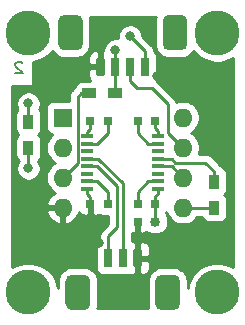
<source format=gbr>
G04 #@! TF.GenerationSoftware,KiCad,Pcbnew,(5.1.9)-1*
G04 #@! TF.CreationDate,2021-05-12T15:35:24+02:00*
G04 #@! TF.ProjectId,GPSMux,4750534d-7578-42e6-9b69-6361645f7063,01*
G04 #@! TF.SameCoordinates,Original*
G04 #@! TF.FileFunction,Copper,L2,Bot*
G04 #@! TF.FilePolarity,Positive*
%FSLAX46Y46*%
G04 Gerber Fmt 4.6, Leading zero omitted, Abs format (unit mm)*
G04 Created by KiCad (PCBNEW (5.1.9)-1) date 2021-05-12 15:35:24*
%MOMM*%
%LPD*%
G01*
G04 APERTURE LIST*
G04 #@! TA.AperFunction,NonConductor*
%ADD10C,0.150000*%
G04 #@! TD*
G04 #@! TA.AperFunction,SMDPad,CuDef*
%ADD11R,1.200000X0.900000*%
G04 #@! TD*
G04 #@! TA.AperFunction,SMDPad,CuDef*
%ADD12R,1.000000X0.400000*%
G04 #@! TD*
G04 #@! TA.AperFunction,ComponentPad*
%ADD13C,3.800000*%
G04 #@! TD*
G04 #@! TA.AperFunction,SMDPad,CuDef*
%ADD14R,0.800000X0.750000*%
G04 #@! TD*
G04 #@! TA.AperFunction,ComponentPad*
%ADD15O,1.600000X1.600000*%
G04 #@! TD*
G04 #@! TA.AperFunction,ComponentPad*
%ADD16R,1.600000X1.600000*%
G04 #@! TD*
G04 #@! TA.AperFunction,SMDPad,CuDef*
%ADD17R,0.900000X1.200000*%
G04 #@! TD*
G04 #@! TA.AperFunction,SMDPad,CuDef*
%ADD18R,0.800000X1.600000*%
G04 #@! TD*
G04 #@! TA.AperFunction,ConnectorPad*
%ADD19R,0.800000X1.600000*%
G04 #@! TD*
G04 #@! TA.AperFunction,ViaPad*
%ADD20C,0.800000*%
G04 #@! TD*
G04 #@! TA.AperFunction,Conductor*
%ADD21C,0.250000*%
G04 #@! TD*
G04 #@! TA.AperFunction,Conductor*
%ADD22C,0.254000*%
G04 #@! TD*
G04 #@! TA.AperFunction,Conductor*
%ADD23C,0.100000*%
G04 #@! TD*
G04 APERTURE END LIST*
D10*
X124485714Y-44547619D02*
X124438095Y-44500000D01*
X124342857Y-44452380D01*
X124104761Y-44452380D01*
X124009523Y-44500000D01*
X123961904Y-44547619D01*
X123914285Y-44642857D01*
X123914285Y-44738095D01*
X123961904Y-44880952D01*
X124533333Y-45452380D01*
X123914285Y-45452380D01*
D11*
X132375000Y-47150000D03*
X130175000Y-47150000D03*
D12*
X130000000Y-50760000D03*
X136000000Y-50760000D03*
X130000000Y-51400000D03*
X136000000Y-51400000D03*
X130000000Y-52040000D03*
X136000000Y-52040000D03*
X130000000Y-52680000D03*
X136000000Y-52680000D03*
X130000000Y-53320000D03*
X136000000Y-53320000D03*
X130000000Y-53960000D03*
X136000000Y-53960000D03*
X130000000Y-54600000D03*
X136000000Y-54600000D03*
X130000000Y-55240000D03*
X136000000Y-55240000D03*
D13*
X125000000Y-42000000D03*
X141000000Y-42000000D03*
X141000000Y-64000000D03*
X125000000Y-64000000D03*
D14*
X134250000Y-49500000D03*
X135750000Y-49500000D03*
X135750000Y-56500000D03*
X134250000Y-56500000D03*
X134250000Y-58000000D03*
X135750000Y-58000000D03*
X131750000Y-49500000D03*
X130250000Y-49500000D03*
X131750000Y-56500000D03*
X130250000Y-56500000D03*
D15*
X138080000Y-49190000D03*
X127920000Y-56810000D03*
X138080000Y-51730000D03*
X127920000Y-54270000D03*
X138080000Y-54270000D03*
X127920000Y-51730000D03*
X138080000Y-56810000D03*
D16*
X127920000Y-49190000D03*
D17*
X125000000Y-51730000D03*
X125000000Y-49530000D03*
G04 #@! TA.AperFunction,ConnectorPad*
G36*
G01*
X128150000Y-64975000D02*
X128150000Y-63025000D01*
G75*
G02*
X128675000Y-62500000I525000J0D01*
G01*
X129725000Y-62500000D01*
G75*
G02*
X130250000Y-63025000I0J-525000D01*
G01*
X130250000Y-64975000D01*
G75*
G02*
X129725000Y-65500000I-525000J0D01*
G01*
X128675000Y-65500000D01*
G75*
G02*
X128150000Y-64975000I0J525000D01*
G01*
G37*
G04 #@! TD.AperFunction*
G04 #@! TA.AperFunction,ConnectorPad*
G36*
G01*
X135750000Y-64975000D02*
X135750000Y-63025000D01*
G75*
G02*
X136275000Y-62500000I525000J0D01*
G01*
X137325000Y-62500000D01*
G75*
G02*
X137850000Y-63025000I0J-525000D01*
G01*
X137850000Y-64975000D01*
G75*
G02*
X137325000Y-65500000I-525000J0D01*
G01*
X136275000Y-65500000D01*
G75*
G02*
X135750000Y-64975000I0J525000D01*
G01*
G37*
G04 #@! TD.AperFunction*
D18*
X131750000Y-61100000D03*
X133000000Y-61100000D03*
G04 #@! TA.AperFunction,SMDPad,CuDef*
G36*
G01*
X133850000Y-61700000D02*
X133850000Y-60500000D01*
G75*
G02*
X134050000Y-60300000I200000J0D01*
G01*
X134450000Y-60300000D01*
G75*
G02*
X134650000Y-60500000I0J-200000D01*
G01*
X134650000Y-61700000D01*
G75*
G02*
X134450000Y-61900000I-200000J0D01*
G01*
X134050000Y-61900000D01*
G75*
G02*
X133850000Y-61700000I0J200000D01*
G01*
G37*
G04 #@! TD.AperFunction*
D17*
X140750000Y-54610000D03*
X140750000Y-56810000D03*
G04 #@! TA.AperFunction,ConnectorPad*
G36*
G01*
X138475000Y-41025000D02*
X138475000Y-42975000D01*
G75*
G02*
X137950000Y-43500000I-525000J0D01*
G01*
X136900000Y-43500000D01*
G75*
G02*
X136375000Y-42975000I0J525000D01*
G01*
X136375000Y-41025000D01*
G75*
G02*
X136900000Y-40500000I525000J0D01*
G01*
X137950000Y-40500000D01*
G75*
G02*
X138475000Y-41025000I0J-525000D01*
G01*
G37*
G04 #@! TD.AperFunction*
G04 #@! TA.AperFunction,ConnectorPad*
G36*
G01*
X129625000Y-41025000D02*
X129625000Y-42975000D01*
G75*
G02*
X129100000Y-43500000I-525000J0D01*
G01*
X128050000Y-43500000D01*
G75*
G02*
X127525000Y-42975000I0J525000D01*
G01*
X127525000Y-41025000D01*
G75*
G02*
X128050000Y-40500000I525000J0D01*
G01*
X129100000Y-40500000D01*
G75*
G02*
X129625000Y-41025000I0J-525000D01*
G01*
G37*
G04 #@! TD.AperFunction*
D19*
X133625000Y-44900000D03*
X134875000Y-44900000D03*
X132375000Y-44900000D03*
G04 #@! TA.AperFunction,ConnectorPad*
G36*
G01*
X131525000Y-44300000D02*
X131525000Y-45500000D01*
G75*
G02*
X131325000Y-45700000I-200000J0D01*
G01*
X130925000Y-45700000D01*
G75*
G02*
X130725000Y-45500000I0J200000D01*
G01*
X130725000Y-44300000D01*
G75*
G02*
X130925000Y-44100000I200000J0D01*
G01*
X131325000Y-44100000D01*
G75*
G02*
X131525000Y-44300000I0J-200000D01*
G01*
G37*
G04 #@! TD.AperFunction*
D20*
X140500000Y-46500000D03*
X130985516Y-59823381D03*
X135875002Y-45700000D03*
X135750000Y-58000000D03*
X125000000Y-53500000D03*
X133625000Y-42325000D03*
X125000000Y-48000056D03*
X132375000Y-43499998D03*
D21*
X130000000Y-55690000D02*
X130250000Y-55940000D01*
X130000000Y-55240000D02*
X130000000Y-55690000D01*
X130250000Y-55940000D02*
X130250000Y-56500000D01*
X135750000Y-58000000D02*
X135750000Y-58000000D01*
X135750000Y-58000000D02*
X135750000Y-56500000D01*
X135750000Y-55875000D02*
X136000000Y-55625000D01*
X135750000Y-56500000D02*
X135750000Y-55875000D01*
X136000000Y-55625000D02*
X136000000Y-55240000D01*
X134875000Y-43575000D02*
X133625000Y-42325000D01*
X134875000Y-44900000D02*
X134875000Y-43575000D01*
X125000000Y-53500000D02*
X125000000Y-51730000D01*
X134250000Y-50500000D02*
X134250000Y-49500000D01*
X135500000Y-51400000D02*
X135150000Y-51400000D01*
X135150000Y-51400000D02*
X134250000Y-50500000D01*
X136000000Y-50310000D02*
X135750000Y-50060000D01*
X136000000Y-50760000D02*
X136000000Y-50310000D01*
X135750000Y-50060000D02*
X135750000Y-49500000D01*
X135150000Y-54600000D02*
X136000000Y-54600000D01*
X134250000Y-56500000D02*
X134250000Y-55500000D01*
X134250000Y-55500000D02*
X135150000Y-54600000D01*
X130250000Y-50125000D02*
X130000000Y-50375000D01*
X130250000Y-49500000D02*
X130250000Y-50125000D01*
X130000000Y-50375000D02*
X130000000Y-50760000D01*
X130850000Y-51400000D02*
X130000000Y-51400000D01*
X131750000Y-49500000D02*
X131750000Y-50500000D01*
X131750000Y-50500000D02*
X130850000Y-51400000D01*
X130850000Y-54600000D02*
X130000000Y-54600000D01*
X131750000Y-56500000D02*
X131750000Y-55500000D01*
X131750000Y-55500000D02*
X130850000Y-54600000D01*
X125000000Y-48000056D02*
X125000000Y-49530000D01*
X129450000Y-47150000D02*
X130175000Y-47150000D01*
X129174999Y-47425001D02*
X129450000Y-47150000D01*
X127920000Y-54270000D02*
X129174999Y-53015001D01*
X129174999Y-53015001D02*
X129174999Y-47425001D01*
X140050000Y-56810000D02*
X138080000Y-56810000D01*
X140750000Y-56810000D02*
X140050000Y-56810000D01*
X134225000Y-46725000D02*
X133625000Y-46125000D01*
X136825001Y-50475001D02*
X136825001Y-50299999D01*
X136825001Y-50299999D02*
X136800000Y-50274998D01*
X138080000Y-51730000D02*
X136825001Y-50475001D01*
X136800000Y-50274998D02*
X136800000Y-48075000D01*
X133625000Y-46125000D02*
X133625000Y-44900000D01*
X135450000Y-46725000D02*
X134225000Y-46725000D01*
X136800000Y-48075000D02*
X135450000Y-46725000D01*
X137130000Y-53320000D02*
X138080000Y-54270000D01*
X136000000Y-53320000D02*
X137130000Y-53320000D01*
X131750000Y-61100000D02*
X131750000Y-59250000D01*
X131750000Y-59250000D02*
X132500000Y-58500000D01*
X132375000Y-58625000D02*
X132500000Y-58500000D01*
X130820000Y-53320000D02*
X130000000Y-53320000D01*
X132500000Y-58500000D02*
X132500000Y-55000000D01*
X132500000Y-55000000D02*
X130820000Y-53320000D01*
X130930000Y-52680000D02*
X130000000Y-52680000D01*
X133000000Y-61100000D02*
X133000000Y-54750000D01*
X133000000Y-54750000D02*
X130930000Y-52680000D01*
X140000000Y-53000000D02*
X140750000Y-53750000D01*
X140750000Y-53750000D02*
X140750000Y-54650000D01*
X137446411Y-53000000D02*
X140000000Y-53000000D01*
X137126411Y-52680000D02*
X137446411Y-53000000D01*
X136000000Y-52680000D02*
X137126411Y-52680000D01*
X132375000Y-44900000D02*
X132375000Y-43499998D01*
X132375000Y-47150000D02*
X132375000Y-44900000D01*
D22*
X135759276Y-40798096D02*
X135736928Y-41025000D01*
X135736928Y-42975000D01*
X135759276Y-43201904D01*
X135825462Y-43420088D01*
X135932941Y-43621168D01*
X136077584Y-43797416D01*
X136253832Y-43942059D01*
X136454912Y-44049538D01*
X136673096Y-44115724D01*
X136900000Y-44138072D01*
X137950000Y-44138072D01*
X138176904Y-44115724D01*
X138395088Y-44049538D01*
X138596168Y-43942059D01*
X138772416Y-43797416D01*
X138917059Y-43621168D01*
X138969214Y-43523593D01*
X139030937Y-43615968D01*
X139384032Y-43969063D01*
X139799227Y-44246488D01*
X140260568Y-44437582D01*
X140750324Y-44535000D01*
X141249676Y-44535000D01*
X141739432Y-44437582D01*
X142200773Y-44246488D01*
X142340000Y-44153459D01*
X142340001Y-61846541D01*
X142200773Y-61753512D01*
X141739432Y-61562418D01*
X141249676Y-61465000D01*
X140750324Y-61465000D01*
X140260568Y-61562418D01*
X139799227Y-61753512D01*
X139384032Y-62030937D01*
X139030937Y-62384032D01*
X138753512Y-62799227D01*
X138562418Y-63260568D01*
X138488072Y-63634333D01*
X138488072Y-63025000D01*
X138465724Y-62798096D01*
X138399538Y-62579912D01*
X138292059Y-62378832D01*
X138147416Y-62202584D01*
X137971168Y-62057941D01*
X137770088Y-61950462D01*
X137551904Y-61884276D01*
X137325000Y-61861928D01*
X136275000Y-61861928D01*
X136048096Y-61884276D01*
X135829912Y-61950462D01*
X135628832Y-62057941D01*
X135452584Y-62202584D01*
X135307941Y-62378832D01*
X135200462Y-62579912D01*
X135134276Y-62798096D01*
X135111928Y-63025000D01*
X135111928Y-64975000D01*
X135134276Y-65201904D01*
X135176167Y-65340000D01*
X130823833Y-65340000D01*
X130865724Y-65201904D01*
X130888072Y-64975000D01*
X130888072Y-63025000D01*
X130865724Y-62798096D01*
X130799538Y-62579912D01*
X130692059Y-62378832D01*
X130547416Y-62202584D01*
X130371168Y-62057941D01*
X130170088Y-61950462D01*
X129951904Y-61884276D01*
X129725000Y-61861928D01*
X128675000Y-61861928D01*
X128448096Y-61884276D01*
X128229912Y-61950462D01*
X128028832Y-62057941D01*
X127852584Y-62202584D01*
X127707941Y-62378832D01*
X127600462Y-62579912D01*
X127534276Y-62798096D01*
X127511928Y-63025000D01*
X127511928Y-63634333D01*
X127437582Y-63260568D01*
X127246488Y-62799227D01*
X126969063Y-62384032D01*
X126615968Y-62030937D01*
X126200773Y-61753512D01*
X125739432Y-61562418D01*
X125249676Y-61465000D01*
X124750324Y-61465000D01*
X124260568Y-61562418D01*
X123799227Y-61753512D01*
X123660000Y-61846541D01*
X123660000Y-57159039D01*
X126528096Y-57159039D01*
X126568754Y-57293087D01*
X126688963Y-57547420D01*
X126856481Y-57773414D01*
X127064869Y-57962385D01*
X127306119Y-58107070D01*
X127570960Y-58201909D01*
X127793000Y-58080624D01*
X127793000Y-56937000D01*
X126650085Y-56937000D01*
X126528096Y-57159039D01*
X123660000Y-57159039D01*
X123660000Y-48930000D01*
X123911928Y-48930000D01*
X123911928Y-50130000D01*
X123924188Y-50254482D01*
X123960498Y-50374180D01*
X124019463Y-50484494D01*
X124098815Y-50581185D01*
X124158296Y-50630000D01*
X124098815Y-50678815D01*
X124019463Y-50775506D01*
X123960498Y-50885820D01*
X123924188Y-51005518D01*
X123911928Y-51130000D01*
X123911928Y-52330000D01*
X123924188Y-52454482D01*
X123960498Y-52574180D01*
X124019463Y-52684494D01*
X124098815Y-52781185D01*
X124187101Y-52853639D01*
X124082795Y-53009744D01*
X124004774Y-53198102D01*
X123965000Y-53398061D01*
X123965000Y-53601939D01*
X124004774Y-53801898D01*
X124082795Y-53990256D01*
X124196063Y-54159774D01*
X124340226Y-54303937D01*
X124509744Y-54417205D01*
X124698102Y-54495226D01*
X124898061Y-54535000D01*
X125101939Y-54535000D01*
X125301898Y-54495226D01*
X125490256Y-54417205D01*
X125659774Y-54303937D01*
X125803937Y-54159774D01*
X125917205Y-53990256D01*
X125995226Y-53801898D01*
X126035000Y-53601939D01*
X126035000Y-53398061D01*
X125995226Y-53198102D01*
X125917205Y-53009744D01*
X125812899Y-52853639D01*
X125901185Y-52781185D01*
X125980537Y-52684494D01*
X126039502Y-52574180D01*
X126075812Y-52454482D01*
X126088072Y-52330000D01*
X126088072Y-51130000D01*
X126075812Y-51005518D01*
X126039502Y-50885820D01*
X125980537Y-50775506D01*
X125901185Y-50678815D01*
X125841704Y-50630000D01*
X125901185Y-50581185D01*
X125980537Y-50484494D01*
X126039502Y-50374180D01*
X126075812Y-50254482D01*
X126088072Y-50130000D01*
X126088072Y-48930000D01*
X126075812Y-48805518D01*
X126039502Y-48685820D01*
X125980537Y-48575506D01*
X125914250Y-48494735D01*
X125917205Y-48490312D01*
X125958755Y-48390000D01*
X126481928Y-48390000D01*
X126481928Y-49990000D01*
X126494188Y-50114482D01*
X126530498Y-50234180D01*
X126589463Y-50344494D01*
X126668815Y-50441185D01*
X126765506Y-50520537D01*
X126875820Y-50579502D01*
X126995518Y-50615812D01*
X127003961Y-50616643D01*
X126805363Y-50815241D01*
X126648320Y-51050273D01*
X126540147Y-51311426D01*
X126485000Y-51588665D01*
X126485000Y-51871335D01*
X126540147Y-52148574D01*
X126648320Y-52409727D01*
X126805363Y-52644759D01*
X127005241Y-52844637D01*
X127237759Y-53000000D01*
X127005241Y-53155363D01*
X126805363Y-53355241D01*
X126648320Y-53590273D01*
X126540147Y-53851426D01*
X126485000Y-54128665D01*
X126485000Y-54411335D01*
X126540147Y-54688574D01*
X126648320Y-54949727D01*
X126805363Y-55184759D01*
X127005241Y-55384637D01*
X127240273Y-55541680D01*
X127250865Y-55546067D01*
X127064869Y-55657615D01*
X126856481Y-55846586D01*
X126688963Y-56072580D01*
X126568754Y-56326913D01*
X126528096Y-56460961D01*
X126650085Y-56683000D01*
X127793000Y-56683000D01*
X127793000Y-56663000D01*
X128047000Y-56663000D01*
X128047000Y-56683000D01*
X128067000Y-56683000D01*
X128067000Y-56937000D01*
X128047000Y-56937000D01*
X128047000Y-58080624D01*
X128269040Y-58201909D01*
X128533881Y-58107070D01*
X128775131Y-57962385D01*
X128983519Y-57773414D01*
X129151037Y-57547420D01*
X129271246Y-57293087D01*
X129301007Y-57194966D01*
X129319463Y-57229494D01*
X129398815Y-57326185D01*
X129495506Y-57405537D01*
X129605820Y-57464502D01*
X129725518Y-57500812D01*
X129850000Y-57513072D01*
X129964250Y-57510000D01*
X130123000Y-57351250D01*
X130123000Y-56627000D01*
X130103000Y-56627000D01*
X130103000Y-56373000D01*
X130123000Y-56373000D01*
X130123000Y-56353000D01*
X130377000Y-56353000D01*
X130377000Y-56373000D01*
X130397000Y-56373000D01*
X130397000Y-56627000D01*
X130377000Y-56627000D01*
X130377000Y-57351250D01*
X130535750Y-57510000D01*
X130650000Y-57513072D01*
X130774482Y-57500812D01*
X130894180Y-57464502D01*
X131000000Y-57407939D01*
X131105820Y-57464502D01*
X131225518Y-57500812D01*
X131350000Y-57513072D01*
X131740000Y-57513072D01*
X131740000Y-58185198D01*
X131238998Y-58686201D01*
X131210000Y-58709999D01*
X131186202Y-58738997D01*
X131186201Y-58738998D01*
X131115026Y-58825724D01*
X131044454Y-58957754D01*
X131000998Y-59101015D01*
X130986324Y-59250000D01*
X130990001Y-59287332D01*
X130990001Y-59773981D01*
X130898815Y-59848815D01*
X130819463Y-59945506D01*
X130760498Y-60055820D01*
X130724188Y-60175518D01*
X130711928Y-60300000D01*
X130711928Y-61900000D01*
X130724188Y-62024482D01*
X130760498Y-62144180D01*
X130819463Y-62254494D01*
X130898815Y-62351185D01*
X130995506Y-62430537D01*
X131105820Y-62489502D01*
X131225518Y-62525812D01*
X131350000Y-62538072D01*
X132150000Y-62538072D01*
X132274482Y-62525812D01*
X132375000Y-62495320D01*
X132475518Y-62525812D01*
X132600000Y-62538072D01*
X133400000Y-62538072D01*
X133524482Y-62525812D01*
X133625000Y-62495320D01*
X133725518Y-62525812D01*
X133850000Y-62538072D01*
X133964250Y-62535000D01*
X134123000Y-62376250D01*
X134123000Y-61227000D01*
X134377000Y-61227000D01*
X134377000Y-62376250D01*
X134535750Y-62535000D01*
X134650000Y-62538072D01*
X134774482Y-62525812D01*
X134894180Y-62489502D01*
X135004494Y-62430537D01*
X135101185Y-62351185D01*
X135180537Y-62254494D01*
X135239502Y-62144180D01*
X135275812Y-62024482D01*
X135288072Y-61900000D01*
X135285000Y-61385750D01*
X135126250Y-61227000D01*
X134377000Y-61227000D01*
X134123000Y-61227000D01*
X134103000Y-61227000D01*
X134103000Y-60973000D01*
X134123000Y-60973000D01*
X134123000Y-59823750D01*
X134377000Y-59823750D01*
X134377000Y-60973000D01*
X135126250Y-60973000D01*
X135285000Y-60814250D01*
X135288072Y-60300000D01*
X135275812Y-60175518D01*
X135239502Y-60055820D01*
X135180537Y-59945506D01*
X135101185Y-59848815D01*
X135004494Y-59769463D01*
X134894180Y-59710498D01*
X134774482Y-59674188D01*
X134650000Y-59661928D01*
X134535750Y-59665000D01*
X134377000Y-59823750D01*
X134123000Y-59823750D01*
X133964250Y-59665000D01*
X133850000Y-59661928D01*
X133760000Y-59670792D01*
X133760000Y-59004208D01*
X133850000Y-59013072D01*
X133964250Y-59010000D01*
X134123000Y-58851250D01*
X134123000Y-58127000D01*
X134103000Y-58127000D01*
X134103000Y-57873000D01*
X134123000Y-57873000D01*
X134123000Y-57853000D01*
X134377000Y-57853000D01*
X134377000Y-57873000D01*
X134397000Y-57873000D01*
X134397000Y-58127000D01*
X134377000Y-58127000D01*
X134377000Y-58851250D01*
X134535750Y-59010000D01*
X134650000Y-59013072D01*
X134774482Y-59000812D01*
X134894180Y-58964502D01*
X135000000Y-58907939D01*
X135105820Y-58964502D01*
X135225518Y-59000812D01*
X135350000Y-59013072D01*
X135537821Y-59013072D01*
X135648061Y-59035000D01*
X135851939Y-59035000D01*
X135962179Y-59013072D01*
X136150000Y-59013072D01*
X136274482Y-59000812D01*
X136394180Y-58964502D01*
X136504494Y-58905537D01*
X136601185Y-58826185D01*
X136680537Y-58729494D01*
X136739502Y-58619180D01*
X136775812Y-58499482D01*
X136788072Y-58375000D01*
X136788072Y-57625000D01*
X136775812Y-57500518D01*
X136739502Y-57380820D01*
X136680537Y-57270506D01*
X136663708Y-57250000D01*
X136680537Y-57229494D01*
X136694962Y-57202507D01*
X136700147Y-57228574D01*
X136808320Y-57489727D01*
X136965363Y-57724759D01*
X137165241Y-57924637D01*
X137400273Y-58081680D01*
X137661426Y-58189853D01*
X137938665Y-58245000D01*
X138221335Y-58245000D01*
X138498574Y-58189853D01*
X138759727Y-58081680D01*
X138994759Y-57924637D01*
X139194637Y-57724759D01*
X139298043Y-57570000D01*
X139684962Y-57570000D01*
X139710498Y-57654180D01*
X139769463Y-57764494D01*
X139848815Y-57861185D01*
X139945506Y-57940537D01*
X140055820Y-57999502D01*
X140175518Y-58035812D01*
X140300000Y-58048072D01*
X141200000Y-58048072D01*
X141324482Y-58035812D01*
X141444180Y-57999502D01*
X141554494Y-57940537D01*
X141651185Y-57861185D01*
X141730537Y-57764494D01*
X141789502Y-57654180D01*
X141825812Y-57534482D01*
X141838072Y-57410000D01*
X141838072Y-56210000D01*
X141825812Y-56085518D01*
X141789502Y-55965820D01*
X141730537Y-55855506D01*
X141651185Y-55758815D01*
X141591704Y-55710000D01*
X141651185Y-55661185D01*
X141730537Y-55564494D01*
X141789502Y-55454180D01*
X141825812Y-55334482D01*
X141838072Y-55210000D01*
X141838072Y-54010000D01*
X141825812Y-53885518D01*
X141789502Y-53765820D01*
X141730537Y-53655506D01*
X141651185Y-53558815D01*
X141554494Y-53479463D01*
X141444180Y-53420498D01*
X141433978Y-53417403D01*
X141384974Y-53325724D01*
X141290001Y-53209999D01*
X141261004Y-53186202D01*
X140563803Y-52489002D01*
X140540001Y-52459999D01*
X140424276Y-52365026D01*
X140292247Y-52294454D01*
X140148986Y-52250997D01*
X140037333Y-52240000D01*
X140037322Y-52240000D01*
X140000000Y-52236324D01*
X139962678Y-52240000D01*
X139421983Y-52240000D01*
X139459853Y-52148574D01*
X139515000Y-51871335D01*
X139515000Y-51588665D01*
X139459853Y-51311426D01*
X139351680Y-51050273D01*
X139194637Y-50815241D01*
X138994759Y-50615363D01*
X138762241Y-50460000D01*
X138994759Y-50304637D01*
X139194637Y-50104759D01*
X139351680Y-49869727D01*
X139459853Y-49608574D01*
X139515000Y-49331335D01*
X139515000Y-49048665D01*
X139459853Y-48771426D01*
X139351680Y-48510273D01*
X139194637Y-48275241D01*
X138994759Y-48075363D01*
X138759727Y-47918320D01*
X138498574Y-47810147D01*
X138221335Y-47755000D01*
X137938665Y-47755000D01*
X137661426Y-47810147D01*
X137530328Y-47864450D01*
X137505546Y-47782753D01*
X137434974Y-47650724D01*
X137340001Y-47534999D01*
X137311003Y-47511201D01*
X136013804Y-46214003D01*
X135990001Y-46184999D01*
X135874276Y-46090026D01*
X135806040Y-46053553D01*
X135864502Y-45944180D01*
X135900812Y-45824482D01*
X135913072Y-45700000D01*
X135913072Y-44100000D01*
X135900812Y-43975518D01*
X135864502Y-43855820D01*
X135805537Y-43745506D01*
X135726185Y-43648815D01*
X135638494Y-43576849D01*
X135638676Y-43575000D01*
X135635000Y-43537677D01*
X135635000Y-43537667D01*
X135624003Y-43426014D01*
X135580546Y-43282753D01*
X135536726Y-43200773D01*
X135509974Y-43150723D01*
X135438799Y-43063997D01*
X135415001Y-43034999D01*
X135386003Y-43011201D01*
X134660000Y-42285199D01*
X134660000Y-42223061D01*
X134620226Y-42023102D01*
X134542205Y-41834744D01*
X134428937Y-41665226D01*
X134284774Y-41521063D01*
X134115256Y-41407795D01*
X133926898Y-41329774D01*
X133726939Y-41290000D01*
X133523061Y-41290000D01*
X133323102Y-41329774D01*
X133134744Y-41407795D01*
X132965226Y-41521063D01*
X132821063Y-41665226D01*
X132707795Y-41834744D01*
X132629774Y-42023102D01*
X132590000Y-42223061D01*
X132590000Y-42426939D01*
X132602540Y-42489981D01*
X132476939Y-42464998D01*
X132273061Y-42464998D01*
X132073102Y-42504772D01*
X131884744Y-42582793D01*
X131715226Y-42696061D01*
X131571063Y-42840224D01*
X131457795Y-43009742D01*
X131379774Y-43198100D01*
X131340000Y-43398059D01*
X131340000Y-43535750D01*
X131252000Y-43623750D01*
X131252000Y-44773000D01*
X131272000Y-44773000D01*
X131272000Y-45027000D01*
X131252000Y-45027000D01*
X131252000Y-45047000D01*
X130998000Y-45047000D01*
X130998000Y-45027000D01*
X130248750Y-45027000D01*
X130090000Y-45185750D01*
X130086928Y-45700000D01*
X130099188Y-45824482D01*
X130135498Y-45944180D01*
X130194463Y-46054494D01*
X130200564Y-46061928D01*
X129575000Y-46061928D01*
X129450518Y-46074188D01*
X129330820Y-46110498D01*
X129220506Y-46169463D01*
X129123815Y-46248815D01*
X129044463Y-46345506D01*
X128985498Y-46455820D01*
X128949188Y-46575518D01*
X128948939Y-46578041D01*
X128909999Y-46609999D01*
X128886196Y-46639003D01*
X128663997Y-46861202D01*
X128634999Y-46885000D01*
X128611201Y-46913998D01*
X128611200Y-46913999D01*
X128540025Y-47000725D01*
X128469453Y-47132755D01*
X128464222Y-47150001D01*
X128425997Y-47276015D01*
X128421074Y-47325997D01*
X128411323Y-47425001D01*
X128415000Y-47462333D01*
X128415000Y-47751928D01*
X127120000Y-47751928D01*
X126995518Y-47764188D01*
X126875820Y-47800498D01*
X126765506Y-47859463D01*
X126668815Y-47938815D01*
X126589463Y-48035506D01*
X126530498Y-48145820D01*
X126494188Y-48265518D01*
X126481928Y-48390000D01*
X125958755Y-48390000D01*
X125995226Y-48301954D01*
X126035000Y-48101995D01*
X126035000Y-47898117D01*
X125995226Y-47698158D01*
X125917205Y-47509800D01*
X125803937Y-47340282D01*
X125659774Y-47196119D01*
X125490256Y-47082851D01*
X125301898Y-47004830D01*
X125101939Y-46965056D01*
X124898061Y-46965056D01*
X124698102Y-47004830D01*
X124509744Y-47082851D01*
X124340226Y-47196119D01*
X124196063Y-47340282D01*
X124082795Y-47509800D01*
X124004774Y-47698158D01*
X123965000Y-47898117D01*
X123965000Y-48101995D01*
X124004774Y-48301954D01*
X124082795Y-48490312D01*
X124085750Y-48494735D01*
X124019463Y-48575506D01*
X123960498Y-48685820D01*
X123924188Y-48805518D01*
X123911928Y-48930000D01*
X123660000Y-48930000D01*
X123660000Y-46527500D01*
X125386191Y-46527500D01*
X125386191Y-44507846D01*
X125739432Y-44437582D01*
X126200773Y-44246488D01*
X126615968Y-43969063D01*
X126969063Y-43615968D01*
X127030786Y-43523593D01*
X127082941Y-43621168D01*
X127227584Y-43797416D01*
X127403832Y-43942059D01*
X127604912Y-44049538D01*
X127823096Y-44115724D01*
X128050000Y-44138072D01*
X129100000Y-44138072D01*
X129326904Y-44115724D01*
X129378738Y-44100000D01*
X130086928Y-44100000D01*
X130090000Y-44614250D01*
X130248750Y-44773000D01*
X130998000Y-44773000D01*
X130998000Y-43623750D01*
X130839250Y-43465000D01*
X130725000Y-43461928D01*
X130600518Y-43474188D01*
X130480820Y-43510498D01*
X130370506Y-43569463D01*
X130273815Y-43648815D01*
X130194463Y-43745506D01*
X130135498Y-43855820D01*
X130099188Y-43975518D01*
X130086928Y-44100000D01*
X129378738Y-44100000D01*
X129545088Y-44049538D01*
X129746168Y-43942059D01*
X129922416Y-43797416D01*
X130067059Y-43621168D01*
X130174538Y-43420088D01*
X130240724Y-43201904D01*
X130263072Y-42975000D01*
X130263072Y-41025000D01*
X130240724Y-40798096D01*
X130198833Y-40660000D01*
X135801167Y-40660000D01*
X135759276Y-40798096D01*
G04 #@! TA.AperFunction,Conductor*
D23*
G36*
X135759276Y-40798096D02*
G01*
X135736928Y-41025000D01*
X135736928Y-42975000D01*
X135759276Y-43201904D01*
X135825462Y-43420088D01*
X135932941Y-43621168D01*
X136077584Y-43797416D01*
X136253832Y-43942059D01*
X136454912Y-44049538D01*
X136673096Y-44115724D01*
X136900000Y-44138072D01*
X137950000Y-44138072D01*
X138176904Y-44115724D01*
X138395088Y-44049538D01*
X138596168Y-43942059D01*
X138772416Y-43797416D01*
X138917059Y-43621168D01*
X138969214Y-43523593D01*
X139030937Y-43615968D01*
X139384032Y-43969063D01*
X139799227Y-44246488D01*
X140260568Y-44437582D01*
X140750324Y-44535000D01*
X141249676Y-44535000D01*
X141739432Y-44437582D01*
X142200773Y-44246488D01*
X142340000Y-44153459D01*
X142340001Y-61846541D01*
X142200773Y-61753512D01*
X141739432Y-61562418D01*
X141249676Y-61465000D01*
X140750324Y-61465000D01*
X140260568Y-61562418D01*
X139799227Y-61753512D01*
X139384032Y-62030937D01*
X139030937Y-62384032D01*
X138753512Y-62799227D01*
X138562418Y-63260568D01*
X138488072Y-63634333D01*
X138488072Y-63025000D01*
X138465724Y-62798096D01*
X138399538Y-62579912D01*
X138292059Y-62378832D01*
X138147416Y-62202584D01*
X137971168Y-62057941D01*
X137770088Y-61950462D01*
X137551904Y-61884276D01*
X137325000Y-61861928D01*
X136275000Y-61861928D01*
X136048096Y-61884276D01*
X135829912Y-61950462D01*
X135628832Y-62057941D01*
X135452584Y-62202584D01*
X135307941Y-62378832D01*
X135200462Y-62579912D01*
X135134276Y-62798096D01*
X135111928Y-63025000D01*
X135111928Y-64975000D01*
X135134276Y-65201904D01*
X135176167Y-65340000D01*
X130823833Y-65340000D01*
X130865724Y-65201904D01*
X130888072Y-64975000D01*
X130888072Y-63025000D01*
X130865724Y-62798096D01*
X130799538Y-62579912D01*
X130692059Y-62378832D01*
X130547416Y-62202584D01*
X130371168Y-62057941D01*
X130170088Y-61950462D01*
X129951904Y-61884276D01*
X129725000Y-61861928D01*
X128675000Y-61861928D01*
X128448096Y-61884276D01*
X128229912Y-61950462D01*
X128028832Y-62057941D01*
X127852584Y-62202584D01*
X127707941Y-62378832D01*
X127600462Y-62579912D01*
X127534276Y-62798096D01*
X127511928Y-63025000D01*
X127511928Y-63634333D01*
X127437582Y-63260568D01*
X127246488Y-62799227D01*
X126969063Y-62384032D01*
X126615968Y-62030937D01*
X126200773Y-61753512D01*
X125739432Y-61562418D01*
X125249676Y-61465000D01*
X124750324Y-61465000D01*
X124260568Y-61562418D01*
X123799227Y-61753512D01*
X123660000Y-61846541D01*
X123660000Y-57159039D01*
X126528096Y-57159039D01*
X126568754Y-57293087D01*
X126688963Y-57547420D01*
X126856481Y-57773414D01*
X127064869Y-57962385D01*
X127306119Y-58107070D01*
X127570960Y-58201909D01*
X127793000Y-58080624D01*
X127793000Y-56937000D01*
X126650085Y-56937000D01*
X126528096Y-57159039D01*
X123660000Y-57159039D01*
X123660000Y-48930000D01*
X123911928Y-48930000D01*
X123911928Y-50130000D01*
X123924188Y-50254482D01*
X123960498Y-50374180D01*
X124019463Y-50484494D01*
X124098815Y-50581185D01*
X124158296Y-50630000D01*
X124098815Y-50678815D01*
X124019463Y-50775506D01*
X123960498Y-50885820D01*
X123924188Y-51005518D01*
X123911928Y-51130000D01*
X123911928Y-52330000D01*
X123924188Y-52454482D01*
X123960498Y-52574180D01*
X124019463Y-52684494D01*
X124098815Y-52781185D01*
X124187101Y-52853639D01*
X124082795Y-53009744D01*
X124004774Y-53198102D01*
X123965000Y-53398061D01*
X123965000Y-53601939D01*
X124004774Y-53801898D01*
X124082795Y-53990256D01*
X124196063Y-54159774D01*
X124340226Y-54303937D01*
X124509744Y-54417205D01*
X124698102Y-54495226D01*
X124898061Y-54535000D01*
X125101939Y-54535000D01*
X125301898Y-54495226D01*
X125490256Y-54417205D01*
X125659774Y-54303937D01*
X125803937Y-54159774D01*
X125917205Y-53990256D01*
X125995226Y-53801898D01*
X126035000Y-53601939D01*
X126035000Y-53398061D01*
X125995226Y-53198102D01*
X125917205Y-53009744D01*
X125812899Y-52853639D01*
X125901185Y-52781185D01*
X125980537Y-52684494D01*
X126039502Y-52574180D01*
X126075812Y-52454482D01*
X126088072Y-52330000D01*
X126088072Y-51130000D01*
X126075812Y-51005518D01*
X126039502Y-50885820D01*
X125980537Y-50775506D01*
X125901185Y-50678815D01*
X125841704Y-50630000D01*
X125901185Y-50581185D01*
X125980537Y-50484494D01*
X126039502Y-50374180D01*
X126075812Y-50254482D01*
X126088072Y-50130000D01*
X126088072Y-48930000D01*
X126075812Y-48805518D01*
X126039502Y-48685820D01*
X125980537Y-48575506D01*
X125914250Y-48494735D01*
X125917205Y-48490312D01*
X125958755Y-48390000D01*
X126481928Y-48390000D01*
X126481928Y-49990000D01*
X126494188Y-50114482D01*
X126530498Y-50234180D01*
X126589463Y-50344494D01*
X126668815Y-50441185D01*
X126765506Y-50520537D01*
X126875820Y-50579502D01*
X126995518Y-50615812D01*
X127003961Y-50616643D01*
X126805363Y-50815241D01*
X126648320Y-51050273D01*
X126540147Y-51311426D01*
X126485000Y-51588665D01*
X126485000Y-51871335D01*
X126540147Y-52148574D01*
X126648320Y-52409727D01*
X126805363Y-52644759D01*
X127005241Y-52844637D01*
X127237759Y-53000000D01*
X127005241Y-53155363D01*
X126805363Y-53355241D01*
X126648320Y-53590273D01*
X126540147Y-53851426D01*
X126485000Y-54128665D01*
X126485000Y-54411335D01*
X126540147Y-54688574D01*
X126648320Y-54949727D01*
X126805363Y-55184759D01*
X127005241Y-55384637D01*
X127240273Y-55541680D01*
X127250865Y-55546067D01*
X127064869Y-55657615D01*
X126856481Y-55846586D01*
X126688963Y-56072580D01*
X126568754Y-56326913D01*
X126528096Y-56460961D01*
X126650085Y-56683000D01*
X127793000Y-56683000D01*
X127793000Y-56663000D01*
X128047000Y-56663000D01*
X128047000Y-56683000D01*
X128067000Y-56683000D01*
X128067000Y-56937000D01*
X128047000Y-56937000D01*
X128047000Y-58080624D01*
X128269040Y-58201909D01*
X128533881Y-58107070D01*
X128775131Y-57962385D01*
X128983519Y-57773414D01*
X129151037Y-57547420D01*
X129271246Y-57293087D01*
X129301007Y-57194966D01*
X129319463Y-57229494D01*
X129398815Y-57326185D01*
X129495506Y-57405537D01*
X129605820Y-57464502D01*
X129725518Y-57500812D01*
X129850000Y-57513072D01*
X129964250Y-57510000D01*
X130123000Y-57351250D01*
X130123000Y-56627000D01*
X130103000Y-56627000D01*
X130103000Y-56373000D01*
X130123000Y-56373000D01*
X130123000Y-56353000D01*
X130377000Y-56353000D01*
X130377000Y-56373000D01*
X130397000Y-56373000D01*
X130397000Y-56627000D01*
X130377000Y-56627000D01*
X130377000Y-57351250D01*
X130535750Y-57510000D01*
X130650000Y-57513072D01*
X130774482Y-57500812D01*
X130894180Y-57464502D01*
X131000000Y-57407939D01*
X131105820Y-57464502D01*
X131225518Y-57500812D01*
X131350000Y-57513072D01*
X131740000Y-57513072D01*
X131740000Y-58185198D01*
X131238998Y-58686201D01*
X131210000Y-58709999D01*
X131186202Y-58738997D01*
X131186201Y-58738998D01*
X131115026Y-58825724D01*
X131044454Y-58957754D01*
X131000998Y-59101015D01*
X130986324Y-59250000D01*
X130990001Y-59287332D01*
X130990001Y-59773981D01*
X130898815Y-59848815D01*
X130819463Y-59945506D01*
X130760498Y-60055820D01*
X130724188Y-60175518D01*
X130711928Y-60300000D01*
X130711928Y-61900000D01*
X130724188Y-62024482D01*
X130760498Y-62144180D01*
X130819463Y-62254494D01*
X130898815Y-62351185D01*
X130995506Y-62430537D01*
X131105820Y-62489502D01*
X131225518Y-62525812D01*
X131350000Y-62538072D01*
X132150000Y-62538072D01*
X132274482Y-62525812D01*
X132375000Y-62495320D01*
X132475518Y-62525812D01*
X132600000Y-62538072D01*
X133400000Y-62538072D01*
X133524482Y-62525812D01*
X133625000Y-62495320D01*
X133725518Y-62525812D01*
X133850000Y-62538072D01*
X133964250Y-62535000D01*
X134123000Y-62376250D01*
X134123000Y-61227000D01*
X134377000Y-61227000D01*
X134377000Y-62376250D01*
X134535750Y-62535000D01*
X134650000Y-62538072D01*
X134774482Y-62525812D01*
X134894180Y-62489502D01*
X135004494Y-62430537D01*
X135101185Y-62351185D01*
X135180537Y-62254494D01*
X135239502Y-62144180D01*
X135275812Y-62024482D01*
X135288072Y-61900000D01*
X135285000Y-61385750D01*
X135126250Y-61227000D01*
X134377000Y-61227000D01*
X134123000Y-61227000D01*
X134103000Y-61227000D01*
X134103000Y-60973000D01*
X134123000Y-60973000D01*
X134123000Y-59823750D01*
X134377000Y-59823750D01*
X134377000Y-60973000D01*
X135126250Y-60973000D01*
X135285000Y-60814250D01*
X135288072Y-60300000D01*
X135275812Y-60175518D01*
X135239502Y-60055820D01*
X135180537Y-59945506D01*
X135101185Y-59848815D01*
X135004494Y-59769463D01*
X134894180Y-59710498D01*
X134774482Y-59674188D01*
X134650000Y-59661928D01*
X134535750Y-59665000D01*
X134377000Y-59823750D01*
X134123000Y-59823750D01*
X133964250Y-59665000D01*
X133850000Y-59661928D01*
X133760000Y-59670792D01*
X133760000Y-59004208D01*
X133850000Y-59013072D01*
X133964250Y-59010000D01*
X134123000Y-58851250D01*
X134123000Y-58127000D01*
X134103000Y-58127000D01*
X134103000Y-57873000D01*
X134123000Y-57873000D01*
X134123000Y-57853000D01*
X134377000Y-57853000D01*
X134377000Y-57873000D01*
X134397000Y-57873000D01*
X134397000Y-58127000D01*
X134377000Y-58127000D01*
X134377000Y-58851250D01*
X134535750Y-59010000D01*
X134650000Y-59013072D01*
X134774482Y-59000812D01*
X134894180Y-58964502D01*
X135000000Y-58907939D01*
X135105820Y-58964502D01*
X135225518Y-59000812D01*
X135350000Y-59013072D01*
X135537821Y-59013072D01*
X135648061Y-59035000D01*
X135851939Y-59035000D01*
X135962179Y-59013072D01*
X136150000Y-59013072D01*
X136274482Y-59000812D01*
X136394180Y-58964502D01*
X136504494Y-58905537D01*
X136601185Y-58826185D01*
X136680537Y-58729494D01*
X136739502Y-58619180D01*
X136775812Y-58499482D01*
X136788072Y-58375000D01*
X136788072Y-57625000D01*
X136775812Y-57500518D01*
X136739502Y-57380820D01*
X136680537Y-57270506D01*
X136663708Y-57250000D01*
X136680537Y-57229494D01*
X136694962Y-57202507D01*
X136700147Y-57228574D01*
X136808320Y-57489727D01*
X136965363Y-57724759D01*
X137165241Y-57924637D01*
X137400273Y-58081680D01*
X137661426Y-58189853D01*
X137938665Y-58245000D01*
X138221335Y-58245000D01*
X138498574Y-58189853D01*
X138759727Y-58081680D01*
X138994759Y-57924637D01*
X139194637Y-57724759D01*
X139298043Y-57570000D01*
X139684962Y-57570000D01*
X139710498Y-57654180D01*
X139769463Y-57764494D01*
X139848815Y-57861185D01*
X139945506Y-57940537D01*
X140055820Y-57999502D01*
X140175518Y-58035812D01*
X140300000Y-58048072D01*
X141200000Y-58048072D01*
X141324482Y-58035812D01*
X141444180Y-57999502D01*
X141554494Y-57940537D01*
X141651185Y-57861185D01*
X141730537Y-57764494D01*
X141789502Y-57654180D01*
X141825812Y-57534482D01*
X141838072Y-57410000D01*
X141838072Y-56210000D01*
X141825812Y-56085518D01*
X141789502Y-55965820D01*
X141730537Y-55855506D01*
X141651185Y-55758815D01*
X141591704Y-55710000D01*
X141651185Y-55661185D01*
X141730537Y-55564494D01*
X141789502Y-55454180D01*
X141825812Y-55334482D01*
X141838072Y-55210000D01*
X141838072Y-54010000D01*
X141825812Y-53885518D01*
X141789502Y-53765820D01*
X141730537Y-53655506D01*
X141651185Y-53558815D01*
X141554494Y-53479463D01*
X141444180Y-53420498D01*
X141433978Y-53417403D01*
X141384974Y-53325724D01*
X141290001Y-53209999D01*
X141261004Y-53186202D01*
X140563803Y-52489002D01*
X140540001Y-52459999D01*
X140424276Y-52365026D01*
X140292247Y-52294454D01*
X140148986Y-52250997D01*
X140037333Y-52240000D01*
X140037322Y-52240000D01*
X140000000Y-52236324D01*
X139962678Y-52240000D01*
X139421983Y-52240000D01*
X139459853Y-52148574D01*
X139515000Y-51871335D01*
X139515000Y-51588665D01*
X139459853Y-51311426D01*
X139351680Y-51050273D01*
X139194637Y-50815241D01*
X138994759Y-50615363D01*
X138762241Y-50460000D01*
X138994759Y-50304637D01*
X139194637Y-50104759D01*
X139351680Y-49869727D01*
X139459853Y-49608574D01*
X139515000Y-49331335D01*
X139515000Y-49048665D01*
X139459853Y-48771426D01*
X139351680Y-48510273D01*
X139194637Y-48275241D01*
X138994759Y-48075363D01*
X138759727Y-47918320D01*
X138498574Y-47810147D01*
X138221335Y-47755000D01*
X137938665Y-47755000D01*
X137661426Y-47810147D01*
X137530328Y-47864450D01*
X137505546Y-47782753D01*
X137434974Y-47650724D01*
X137340001Y-47534999D01*
X137311003Y-47511201D01*
X136013804Y-46214003D01*
X135990001Y-46184999D01*
X135874276Y-46090026D01*
X135806040Y-46053553D01*
X135864502Y-45944180D01*
X135900812Y-45824482D01*
X135913072Y-45700000D01*
X135913072Y-44100000D01*
X135900812Y-43975518D01*
X135864502Y-43855820D01*
X135805537Y-43745506D01*
X135726185Y-43648815D01*
X135638494Y-43576849D01*
X135638676Y-43575000D01*
X135635000Y-43537677D01*
X135635000Y-43537667D01*
X135624003Y-43426014D01*
X135580546Y-43282753D01*
X135536726Y-43200773D01*
X135509974Y-43150723D01*
X135438799Y-43063997D01*
X135415001Y-43034999D01*
X135386003Y-43011201D01*
X134660000Y-42285199D01*
X134660000Y-42223061D01*
X134620226Y-42023102D01*
X134542205Y-41834744D01*
X134428937Y-41665226D01*
X134284774Y-41521063D01*
X134115256Y-41407795D01*
X133926898Y-41329774D01*
X133726939Y-41290000D01*
X133523061Y-41290000D01*
X133323102Y-41329774D01*
X133134744Y-41407795D01*
X132965226Y-41521063D01*
X132821063Y-41665226D01*
X132707795Y-41834744D01*
X132629774Y-42023102D01*
X132590000Y-42223061D01*
X132590000Y-42426939D01*
X132602540Y-42489981D01*
X132476939Y-42464998D01*
X132273061Y-42464998D01*
X132073102Y-42504772D01*
X131884744Y-42582793D01*
X131715226Y-42696061D01*
X131571063Y-42840224D01*
X131457795Y-43009742D01*
X131379774Y-43198100D01*
X131340000Y-43398059D01*
X131340000Y-43535750D01*
X131252000Y-43623750D01*
X131252000Y-44773000D01*
X131272000Y-44773000D01*
X131272000Y-45027000D01*
X131252000Y-45027000D01*
X131252000Y-45047000D01*
X130998000Y-45047000D01*
X130998000Y-45027000D01*
X130248750Y-45027000D01*
X130090000Y-45185750D01*
X130086928Y-45700000D01*
X130099188Y-45824482D01*
X130135498Y-45944180D01*
X130194463Y-46054494D01*
X130200564Y-46061928D01*
X129575000Y-46061928D01*
X129450518Y-46074188D01*
X129330820Y-46110498D01*
X129220506Y-46169463D01*
X129123815Y-46248815D01*
X129044463Y-46345506D01*
X128985498Y-46455820D01*
X128949188Y-46575518D01*
X128948939Y-46578041D01*
X128909999Y-46609999D01*
X128886196Y-46639003D01*
X128663997Y-46861202D01*
X128634999Y-46885000D01*
X128611201Y-46913998D01*
X128611200Y-46913999D01*
X128540025Y-47000725D01*
X128469453Y-47132755D01*
X128464222Y-47150001D01*
X128425997Y-47276015D01*
X128421074Y-47325997D01*
X128411323Y-47425001D01*
X128415000Y-47462333D01*
X128415000Y-47751928D01*
X127120000Y-47751928D01*
X126995518Y-47764188D01*
X126875820Y-47800498D01*
X126765506Y-47859463D01*
X126668815Y-47938815D01*
X126589463Y-48035506D01*
X126530498Y-48145820D01*
X126494188Y-48265518D01*
X126481928Y-48390000D01*
X125958755Y-48390000D01*
X125995226Y-48301954D01*
X126035000Y-48101995D01*
X126035000Y-47898117D01*
X125995226Y-47698158D01*
X125917205Y-47509800D01*
X125803937Y-47340282D01*
X125659774Y-47196119D01*
X125490256Y-47082851D01*
X125301898Y-47004830D01*
X125101939Y-46965056D01*
X124898061Y-46965056D01*
X124698102Y-47004830D01*
X124509744Y-47082851D01*
X124340226Y-47196119D01*
X124196063Y-47340282D01*
X124082795Y-47509800D01*
X124004774Y-47698158D01*
X123965000Y-47898117D01*
X123965000Y-48101995D01*
X124004774Y-48301954D01*
X124082795Y-48490312D01*
X124085750Y-48494735D01*
X124019463Y-48575506D01*
X123960498Y-48685820D01*
X123924188Y-48805518D01*
X123911928Y-48930000D01*
X123660000Y-48930000D01*
X123660000Y-46527500D01*
X125386191Y-46527500D01*
X125386191Y-44507846D01*
X125739432Y-44437582D01*
X126200773Y-44246488D01*
X126615968Y-43969063D01*
X126969063Y-43615968D01*
X127030786Y-43523593D01*
X127082941Y-43621168D01*
X127227584Y-43797416D01*
X127403832Y-43942059D01*
X127604912Y-44049538D01*
X127823096Y-44115724D01*
X128050000Y-44138072D01*
X129100000Y-44138072D01*
X129326904Y-44115724D01*
X129378738Y-44100000D01*
X130086928Y-44100000D01*
X130090000Y-44614250D01*
X130248750Y-44773000D01*
X130998000Y-44773000D01*
X130998000Y-43623750D01*
X130839250Y-43465000D01*
X130725000Y-43461928D01*
X130600518Y-43474188D01*
X130480820Y-43510498D01*
X130370506Y-43569463D01*
X130273815Y-43648815D01*
X130194463Y-43745506D01*
X130135498Y-43855820D01*
X130099188Y-43975518D01*
X130086928Y-44100000D01*
X129378738Y-44100000D01*
X129545088Y-44049538D01*
X129746168Y-43942059D01*
X129922416Y-43797416D01*
X130067059Y-43621168D01*
X130174538Y-43420088D01*
X130240724Y-43201904D01*
X130263072Y-42975000D01*
X130263072Y-41025000D01*
X130240724Y-40798096D01*
X130198833Y-40660000D01*
X135801167Y-40660000D01*
X135759276Y-40798096D01*
G37*
G04 #@! TD.AperFunction*
M02*

</source>
